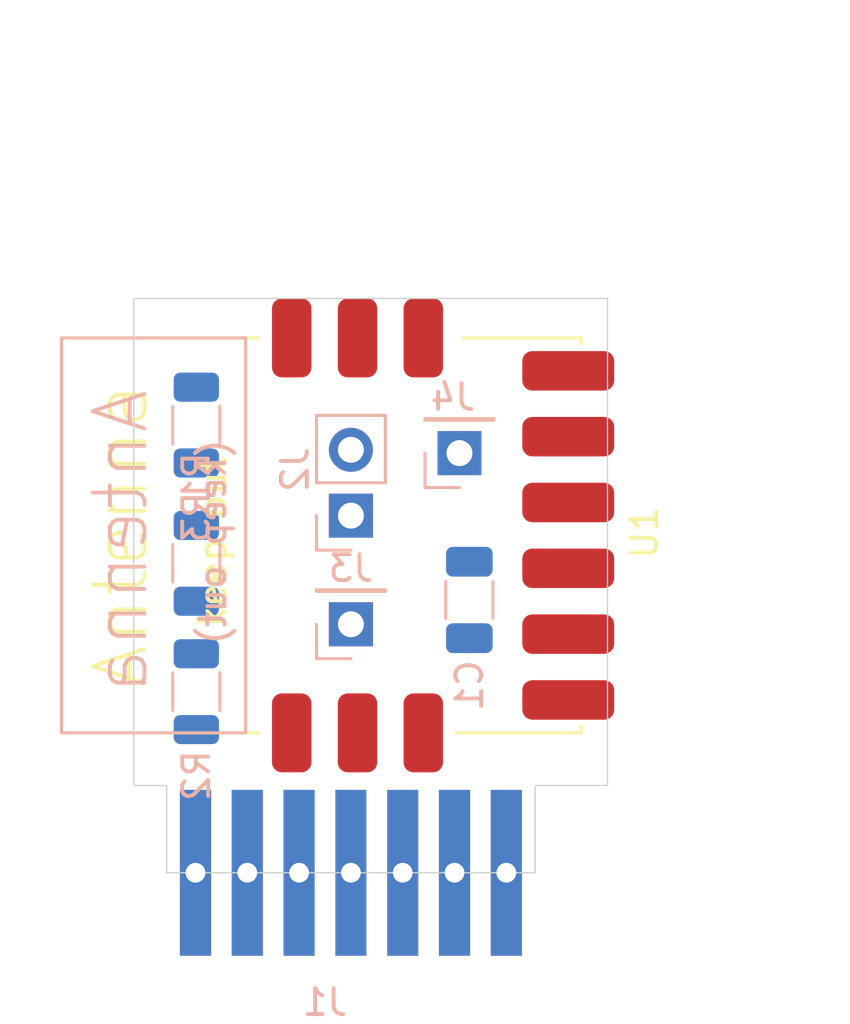
<source format=kicad_pcb>
(kicad_pcb (version 20171130) (host pcbnew 5.1.7-a382d34a88~89~ubuntu20.04.1)

  (general
    (thickness 1.6)
    (drawings 8)
    (tracks 0)
    (zones 0)
    (modules 9)
    (nets 13)
  )

  (page A4)
  (layers
    (0 F.Cu signal)
    (31 B.Cu signal)
    (32 B.Adhes user)
    (33 F.Adhes user)
    (34 B.Paste user)
    (35 F.Paste user)
    (36 B.SilkS user)
    (37 F.SilkS user)
    (38 B.Mask user)
    (39 F.Mask user)
    (40 Dwgs.User user)
    (41 Cmts.User user)
    (42 Eco1.User user)
    (43 Eco2.User user)
    (44 Edge.Cuts user)
    (45 Margin user)
    (46 B.CrtYd user)
    (47 F.CrtYd user)
    (48 B.Fab user)
    (49 F.Fab user)
  )

  (setup
    (last_trace_width 0.25)
    (trace_clearance 0.2)
    (zone_clearance 0.508)
    (zone_45_only no)
    (trace_min 0.2)
    (via_size 0.8)
    (via_drill 0.4)
    (via_min_size 0.4)
    (via_min_drill 0.3)
    (uvia_size 0.3)
    (uvia_drill 0.1)
    (uvias_allowed no)
    (uvia_min_size 0.2)
    (uvia_min_drill 0.1)
    (edge_width 0.05)
    (segment_width 0.2)
    (pcb_text_width 0.3)
    (pcb_text_size 1.5 1.5)
    (mod_edge_width 0.12)
    (mod_text_size 1 1)
    (mod_text_width 0.15)
    (pad_size 1.524 1.524)
    (pad_drill 0.762)
    (pad_to_mask_clearance 0)
    (aux_axis_origin 0 0)
    (visible_elements FFFFFF7F)
    (pcbplotparams
      (layerselection 0x010fc_ffffffff)
      (usegerberextensions false)
      (usegerberattributes true)
      (usegerberadvancedattributes true)
      (creategerberjobfile true)
      (excludeedgelayer true)
      (linewidth 0.100000)
      (plotframeref false)
      (viasonmask false)
      (mode 1)
      (useauxorigin false)
      (hpglpennumber 1)
      (hpglpenspeed 20)
      (hpglpendiameter 15.000000)
      (psnegative false)
      (psa4output false)
      (plotreference true)
      (plotvalue true)
      (plotinvisibletext false)
      (padsonsilk false)
      (subtractmaskfromsilk false)
      (outputformat 1)
      (mirror false)
      (drillshape 1)
      (scaleselection 1)
      (outputdirectory ""))
  )

  (net 0 "")
  (net 1 GND)
  (net 2 +3V3)
  (net 3 IO2)
  (net 4 IO4)
  (net 5 IO13)
  (net 6 IO14)
  (net 7 IO16)
  (net 8 TXD)
  (net 9 RXD)
  (net 10 IO0)
  (net 11 RST)
  (net 12 EN)

  (net_class Default "This is the default net class."
    (clearance 0.2)
    (trace_width 0.25)
    (via_dia 0.8)
    (via_drill 0.4)
    (uvia_dia 0.3)
    (uvia_drill 0.1)
    (add_net EN)
    (add_net IO0)
    (add_net IO13)
    (add_net IO14)
    (add_net IO16)
    (add_net IO2)
    (add_net IO4)
    (add_net RST)
    (add_net RXD)
    (add_net TXD)
  )

  (net_class power ""
    (clearance 0.2)
    (trace_width 0.4)
    (via_dia 1)
    (via_drill 0.45)
    (uvia_dia 0.3)
    (uvia_drill 0.1)
    (add_net +3V3)
    (add_net GND)
  )

  (module Capacitor_SMD:C_1206_3216Metric (layer B.Cu) (tedit 5F68FEEE) (tstamp 5F8E2A66)
    (at 179.832 135.079 270)
    (descr "Capacitor SMD 1206 (3216 Metric), square (rectangular) end terminal, IPC_7351 nominal, (Body size source: IPC-SM-782 page 76, https://www.pcb-3d.com/wordpress/wp-content/uploads/ipc-sm-782a_amendment_1_and_2.pdf), generated with kicad-footprint-generator")
    (tags capacitor)
    (path /5F8CC49D)
    (attr smd)
    (fp_text reference C1 (at 3.302 0 90) (layer B.SilkS)
      (effects (font (size 1 1) (thickness 0.15)) (justify mirror))
    )
    (fp_text value C (at 3.556 -1.27 90) (layer B.Fab)
      (effects (font (size 1 1) (thickness 0.15)) (justify mirror))
    )
    (fp_line (start 2.3 -1.15) (end -2.3 -1.15) (layer B.CrtYd) (width 0.05))
    (fp_line (start 2.3 1.15) (end 2.3 -1.15) (layer B.CrtYd) (width 0.05))
    (fp_line (start -2.3 1.15) (end 2.3 1.15) (layer B.CrtYd) (width 0.05))
    (fp_line (start -2.3 -1.15) (end -2.3 1.15) (layer B.CrtYd) (width 0.05))
    (fp_line (start -0.711252 -0.91) (end 0.711252 -0.91) (layer B.SilkS) (width 0.12))
    (fp_line (start -0.711252 0.91) (end 0.711252 0.91) (layer B.SilkS) (width 0.12))
    (fp_line (start 1.6 -0.8) (end -1.6 -0.8) (layer B.Fab) (width 0.1))
    (fp_line (start 1.6 0.8) (end 1.6 -0.8) (layer B.Fab) (width 0.1))
    (fp_line (start -1.6 0.8) (end 1.6 0.8) (layer B.Fab) (width 0.1))
    (fp_line (start -1.6 -0.8) (end -1.6 0.8) (layer B.Fab) (width 0.1))
    (fp_text user %R (at -4.113 -0.254 90) (layer B.Fab)
      (effects (font (size 0.8 0.8) (thickness 0.12)) (justify mirror))
    )
    (pad 1 smd roundrect (at -1.475 0 270) (size 1.15 1.8) (layers B.Cu B.Paste B.Mask) (roundrect_rratio 0.217391)
      (net 1 GND))
    (pad 2 smd roundrect (at 1.475 0 270) (size 1.15 1.8) (layers B.Cu B.Paste B.Mask) (roundrect_rratio 0.217391)
      (net 2 +3V3))
    (model ${KISYS3DMOD}/Capacitor_SMD.3dshapes/C_1206_3216Metric.wrl
      (at (xyz 0 0 0))
      (scale (xyz 1 1 1))
      (rotate (xyz 0 0 0))
    )
  )

  (module Connector_PinHeader_2.54mm:PinHeader_1x02_P2.54mm_Vertical (layer B.Cu) (tedit 59FED5CC) (tstamp 5F8DF460)
    (at 175.26 131.826)
    (descr "Through hole straight pin header, 1x02, 2.54mm pitch, single row")
    (tags "Through hole pin header THT 1x02 2.54mm single row")
    (path /5F8D7A96)
    (fp_text reference J2 (at -2.159 -1.778 -270) (layer B.SilkS)
      (effects (font (size 1 1) (thickness 0.15)) (justify mirror))
    )
    (fp_text value Conn_01x02 (at 0.381 -19.05 180) (layer B.Fab)
      (effects (font (size 1 1) (thickness 0.15)) (justify mirror))
    )
    (fp_line (start 1.8 1.8) (end -1.8 1.8) (layer B.CrtYd) (width 0.05))
    (fp_line (start 1.8 -4.35) (end 1.8 1.8) (layer B.CrtYd) (width 0.05))
    (fp_line (start -1.8 -4.35) (end 1.8 -4.35) (layer B.CrtYd) (width 0.05))
    (fp_line (start -1.8 1.8) (end -1.8 -4.35) (layer B.CrtYd) (width 0.05))
    (fp_line (start -1.33 1.33) (end 0 1.33) (layer B.SilkS) (width 0.12))
    (fp_line (start -1.33 0) (end -1.33 1.33) (layer B.SilkS) (width 0.12))
    (fp_line (start -1.33 -1.27) (end 1.33 -1.27) (layer B.SilkS) (width 0.12))
    (fp_line (start 1.33 -1.27) (end 1.33 -3.87) (layer B.SilkS) (width 0.12))
    (fp_line (start -1.33 -1.27) (end -1.33 -3.87) (layer B.SilkS) (width 0.12))
    (fp_line (start -1.33 -3.87) (end 1.33 -3.87) (layer B.SilkS) (width 0.12))
    (fp_line (start -1.27 0.635) (end -0.635 1.27) (layer B.Fab) (width 0.1))
    (fp_line (start -1.27 -3.81) (end -1.27 0.635) (layer B.Fab) (width 0.1))
    (fp_line (start 1.27 -3.81) (end -1.27 -3.81) (layer B.Fab) (width 0.1))
    (fp_line (start 1.27 1.27) (end 1.27 -3.81) (layer B.Fab) (width 0.1))
    (fp_line (start -0.635 1.27) (end 1.27 1.27) (layer B.Fab) (width 0.1))
    (fp_text user %R (at -2.159 -1.778 -270) (layer B.Fab)
      (effects (font (size 1 1) (thickness 0.15)) (justify mirror))
    )
    (pad 1 thru_hole rect (at 0 0) (size 1.7 1.7) (drill 1) (layers *.Cu *.Mask)
      (net 8 TXD))
    (pad 2 thru_hole oval (at 0 -2.54) (size 1.7 1.7) (drill 1) (layers *.Cu *.Mask)
      (net 9 RXD))
    (model ${KISYS3DMOD}/Connector_PinHeader_2.54mm.3dshapes/PinHeader_1x02_P2.54mm_Vertical.wrl
      (at (xyz 0 0 0))
      (scale (xyz 1 1 1))
      (rotate (xyz 0 0 0))
    )
  )

  (module Connector_PinHeader_2.54mm:PinHeader_1x01_P2.54mm_Vertical (layer B.Cu) (tedit 59FED5CC) (tstamp 5F8DEE19)
    (at 175.26 136.017)
    (descr "Through hole straight pin header, 1x01, 2.54mm pitch, single row")
    (tags "Through hole pin header THT 1x01 2.54mm single row")
    (path /5F8EB6B6)
    (fp_text reference J3 (at 0 -2.159) (layer B.SilkS)
      (effects (font (size 1 1) (thickness 0.15)) (justify mirror))
    )
    (fp_text value Conn_01x01 (at 14.478 -8.001) (layer B.Fab)
      (effects (font (size 1 1) (thickness 0.15)) (justify mirror))
    )
    (fp_line (start 1.8 1.8) (end -1.8 1.8) (layer B.CrtYd) (width 0.05))
    (fp_line (start 1.8 -1.8) (end 1.8 1.8) (layer B.CrtYd) (width 0.05))
    (fp_line (start -1.8 -1.8) (end 1.8 -1.8) (layer B.CrtYd) (width 0.05))
    (fp_line (start -1.8 1.8) (end -1.8 -1.8) (layer B.CrtYd) (width 0.05))
    (fp_line (start -1.33 1.33) (end 0 1.33) (layer B.SilkS) (width 0.12))
    (fp_line (start -1.33 0) (end -1.33 1.33) (layer B.SilkS) (width 0.12))
    (fp_line (start -1.33 -1.27) (end 1.33 -1.27) (layer B.SilkS) (width 0.12))
    (fp_line (start 1.33 -1.27) (end 1.33 -1.33) (layer B.SilkS) (width 0.12))
    (fp_line (start -1.33 -1.27) (end -1.33 -1.33) (layer B.SilkS) (width 0.12))
    (fp_line (start -1.33 -1.33) (end 1.33 -1.33) (layer B.SilkS) (width 0.12))
    (fp_line (start -1.27 0.635) (end -0.635 1.27) (layer B.Fab) (width 0.1))
    (fp_line (start -1.27 -1.27) (end -1.27 0.635) (layer B.Fab) (width 0.1))
    (fp_line (start 1.27 -1.27) (end -1.27 -1.27) (layer B.Fab) (width 0.1))
    (fp_line (start 1.27 1.27) (end 1.27 -1.27) (layer B.Fab) (width 0.1))
    (fp_line (start -0.635 1.27) (end 1.27 1.27) (layer B.Fab) (width 0.1))
    (fp_text user %R (at 0 -2.159 -180) (layer B.Fab)
      (effects (font (size 1 1) (thickness 0.15)) (justify mirror))
    )
    (pad 1 thru_hole rect (at 0 0) (size 1.7 1.7) (drill 1) (layers *.Cu *.Mask)
      (net 10 IO0))
    (model ${KISYS3DMOD}/Connector_PinHeader_2.54mm.3dshapes/PinHeader_1x01_P2.54mm_Vertical.wrl
      (at (xyz 0 0 0))
      (scale (xyz 1 1 1))
      (rotate (xyz 0 0 0))
    )
  )

  (module Connector_PinHeader_2.54mm:PinHeader_1x01_P2.54mm_Vertical (layer B.Cu) (tedit 59FED5CC) (tstamp 5F8DFAFD)
    (at 179.451 129.413)
    (descr "Through hole straight pin header, 1x01, 2.54mm pitch, single row")
    (tags "Through hole pin header THT 1x01 2.54mm single row")
    (path /5F8EBB78)
    (fp_text reference J4 (at -0.254 -2.159) (layer B.SilkS)
      (effects (font (size 1 1) (thickness 0.15)) (justify mirror))
    )
    (fp_text value Conn_01x01 (at 10.414 -6.223) (layer B.Fab)
      (effects (font (size 1 1) (thickness 0.15)) (justify mirror))
    )
    (fp_line (start -0.635 1.27) (end 1.27 1.27) (layer B.Fab) (width 0.1))
    (fp_line (start 1.27 1.27) (end 1.27 -1.27) (layer B.Fab) (width 0.1))
    (fp_line (start 1.27 -1.27) (end -1.27 -1.27) (layer B.Fab) (width 0.1))
    (fp_line (start -1.27 -1.27) (end -1.27 0.635) (layer B.Fab) (width 0.1))
    (fp_line (start -1.27 0.635) (end -0.635 1.27) (layer B.Fab) (width 0.1))
    (fp_line (start -1.33 -1.33) (end 1.33 -1.33) (layer B.SilkS) (width 0.12))
    (fp_line (start -1.33 -1.27) (end -1.33 -1.33) (layer B.SilkS) (width 0.12))
    (fp_line (start 1.33 -1.27) (end 1.33 -1.33) (layer B.SilkS) (width 0.12))
    (fp_line (start -1.33 -1.27) (end 1.33 -1.27) (layer B.SilkS) (width 0.12))
    (fp_line (start -1.33 0) (end -1.33 1.33) (layer B.SilkS) (width 0.12))
    (fp_line (start -1.33 1.33) (end 0 1.33) (layer B.SilkS) (width 0.12))
    (fp_line (start -1.8 1.8) (end -1.8 -1.8) (layer B.CrtYd) (width 0.05))
    (fp_line (start -1.8 -1.8) (end 1.8 -1.8) (layer B.CrtYd) (width 0.05))
    (fp_line (start 1.8 -1.8) (end 1.8 1.8) (layer B.CrtYd) (width 0.05))
    (fp_line (start 1.8 1.8) (end -1.8 1.8) (layer B.CrtYd) (width 0.05))
    (fp_text user %R (at -0.254 -2.159 -180) (layer B.Fab)
      (effects (font (size 1 1) (thickness 0.15)) (justify mirror))
    )
    (pad 1 thru_hole rect (at 0 0) (size 1.7 1.7) (drill 1) (layers *.Cu *.Mask)
      (net 11 RST))
    (model ${KISYS3DMOD}/Connector_PinHeader_2.54mm.3dshapes/PinHeader_1x01_P2.54mm_Vertical.wrl
      (at (xyz 0 0 0))
      (scale (xyz 1 1 1))
      (rotate (xyz 0 0 0))
    )
  )

  (module Resistor_SMD:R_1206_3216Metric (layer B.Cu) (tedit 5F68FEEE) (tstamp 5F8DEE3F)
    (at 169.291 133.6655 270)
    (descr "Resistor SMD 1206 (3216 Metric), square (rectangular) end terminal, IPC_7351 nominal, (Body size source: IPC-SM-782 page 72, https://www.pcb-3d.com/wordpress/wp-content/uploads/ipc-sm-782a_amendment_1_and_2.pdf), generated with kicad-footprint-generator")
    (tags resistor)
    (path /5F8C9973)
    (attr smd)
    (fp_text reference R1 (at -3.302 0 90) (layer B.SilkS)
      (effects (font (size 1 1) (thickness 0.15)) (justify mirror))
    )
    (fp_text value R (at -3.556 1.27 90) (layer B.Fab)
      (effects (font (size 1 1) (thickness 0.15)) (justify mirror))
    )
    (fp_line (start 2.28 -1.12) (end -2.28 -1.12) (layer B.CrtYd) (width 0.05))
    (fp_line (start 2.28 1.12) (end 2.28 -1.12) (layer B.CrtYd) (width 0.05))
    (fp_line (start -2.28 1.12) (end 2.28 1.12) (layer B.CrtYd) (width 0.05))
    (fp_line (start -2.28 -1.12) (end -2.28 1.12) (layer B.CrtYd) (width 0.05))
    (fp_line (start -0.727064 -0.91) (end 0.727064 -0.91) (layer B.SilkS) (width 0.12))
    (fp_line (start -0.727064 0.91) (end 0.727064 0.91) (layer B.SilkS) (width 0.12))
    (fp_line (start 1.6 -0.8) (end -1.6 -0.8) (layer B.Fab) (width 0.1))
    (fp_line (start 1.6 0.8) (end 1.6 -0.8) (layer B.Fab) (width 0.1))
    (fp_line (start -1.6 0.8) (end 1.6 0.8) (layer B.Fab) (width 0.1))
    (fp_line (start -1.6 -0.8) (end -1.6 0.8) (layer B.Fab) (width 0.1))
    (fp_text user %R (at -3.302 -1.27 90) (layer B.Fab)
      (effects (font (size 0.8 0.8) (thickness 0.12)) (justify mirror))
    )
    (pad 1 smd roundrect (at -1.4625 0 270) (size 1.125 1.75) (layers B.Cu B.Paste B.Mask) (roundrect_rratio 0.222222)
      (net 2 +3V3))
    (pad 2 smd roundrect (at 1.4625 0 270) (size 1.125 1.75) (layers B.Cu B.Paste B.Mask) (roundrect_rratio 0.222222)
      (net 12 EN))
    (model ${KISYS3DMOD}/Resistor_SMD.3dshapes/R_1206_3216Metric.wrl
      (at (xyz 0 0 0))
      (scale (xyz 1 1 1))
      (rotate (xyz 0 0 0))
    )
  )

  (module Resistor_SMD:R_1206_3216Metric (layer B.Cu) (tedit 5F68FEEE) (tstamp 5F8E0ECA)
    (at 169.291 138.6185 270)
    (descr "Resistor SMD 1206 (3216 Metric), square (rectangular) end terminal, IPC_7351 nominal, (Body size source: IPC-SM-782 page 72, https://www.pcb-3d.com/wordpress/wp-content/uploads/ipc-sm-782a_amendment_1_and_2.pdf), generated with kicad-footprint-generator")
    (tags resistor)
    (path /5F8C9E82)
    (attr smd)
    (fp_text reference R2 (at 3.2405 0 90) (layer B.SilkS)
      (effects (font (size 1 1) (thickness 0.15)) (justify mirror))
    )
    (fp_text value R (at 4.7645 0 90) (layer B.Fab)
      (effects (font (size 1 1) (thickness 0.15)) (justify mirror))
    )
    (fp_line (start -1.6 -0.8) (end -1.6 0.8) (layer B.Fab) (width 0.1))
    (fp_line (start -1.6 0.8) (end 1.6 0.8) (layer B.Fab) (width 0.1))
    (fp_line (start 1.6 0.8) (end 1.6 -0.8) (layer B.Fab) (width 0.1))
    (fp_line (start 1.6 -0.8) (end -1.6 -0.8) (layer B.Fab) (width 0.1))
    (fp_line (start -0.727064 0.91) (end 0.727064 0.91) (layer B.SilkS) (width 0.12))
    (fp_line (start -0.727064 -0.91) (end 0.727064 -0.91) (layer B.SilkS) (width 0.12))
    (fp_line (start -2.28 -1.12) (end -2.28 1.12) (layer B.CrtYd) (width 0.05))
    (fp_line (start -2.28 1.12) (end 2.28 1.12) (layer B.CrtYd) (width 0.05))
    (fp_line (start 2.28 1.12) (end 2.28 -1.12) (layer B.CrtYd) (width 0.05))
    (fp_line (start 2.28 -1.12) (end -2.28 -1.12) (layer B.CrtYd) (width 0.05))
    (fp_text user %R (at 3.2405 -1.016 90) (layer B.Fab)
      (effects (font (size 0.8 0.8) (thickness 0.12)) (justify mirror))
    )
    (pad 2 smd roundrect (at 1.4625 0 270) (size 1.125 1.75) (layers B.Cu B.Paste B.Mask) (roundrect_rratio 0.222222)
      (net 11 RST))
    (pad 1 smd roundrect (at -1.4625 0 270) (size 1.125 1.75) (layers B.Cu B.Paste B.Mask) (roundrect_rratio 0.222222)
      (net 2 +3V3))
    (model ${KISYS3DMOD}/Resistor_SMD.3dshapes/R_1206_3216Metric.wrl
      (at (xyz 0 0 0))
      (scale (xyz 1 1 1))
      (rotate (xyz 0 0 0))
    )
  )

  (module Resistor_SMD:R_1206_3216Metric (layer B.Cu) (tedit 5F68FEEE) (tstamp 5F8DEE61)
    (at 169.291 128.3315 270)
    (descr "Resistor SMD 1206 (3216 Metric), square (rectangular) end terminal, IPC_7351 nominal, (Body size source: IPC-SM-782 page 72, https://www.pcb-3d.com/wordpress/wp-content/uploads/ipc-sm-782a_amendment_1_and_2.pdf), generated with kicad-footprint-generator")
    (tags resistor)
    (path /5F8D34C1)
    (attr smd)
    (fp_text reference R3 (at 3.556 0 90) (layer B.SilkS)
      (effects (font (size 1 1) (thickness 0.15)) (justify mirror))
    )
    (fp_text value R (at 4.826 1.27 90) (layer B.Fab)
      (effects (font (size 1 1) (thickness 0.15)) (justify mirror))
    )
    (fp_line (start 2.28 -1.12) (end -2.28 -1.12) (layer B.CrtYd) (width 0.05))
    (fp_line (start 2.28 1.12) (end 2.28 -1.12) (layer B.CrtYd) (width 0.05))
    (fp_line (start -2.28 1.12) (end 2.28 1.12) (layer B.CrtYd) (width 0.05))
    (fp_line (start -2.28 -1.12) (end -2.28 1.12) (layer B.CrtYd) (width 0.05))
    (fp_line (start -0.727064 -0.91) (end 0.727064 -0.91) (layer B.SilkS) (width 0.12))
    (fp_line (start -0.727064 0.91) (end 0.727064 0.91) (layer B.SilkS) (width 0.12))
    (fp_line (start 1.6 -0.8) (end -1.6 -0.8) (layer B.Fab) (width 0.1))
    (fp_line (start 1.6 0.8) (end 1.6 -0.8) (layer B.Fab) (width 0.1))
    (fp_line (start -1.6 0.8) (end 1.6 0.8) (layer B.Fab) (width 0.1))
    (fp_line (start -1.6 -0.8) (end -1.6 0.8) (layer B.Fab) (width 0.1))
    (fp_text user %R (at 3.302 1.27 90) (layer B.Fab)
      (effects (font (size 0.8 0.8) (thickness 0.12)) (justify mirror))
    )
    (pad 1 smd roundrect (at -1.4625 0 270) (size 1.125 1.75) (layers B.Cu B.Paste B.Mask) (roundrect_rratio 0.222222)
      (net 2 +3V3))
    (pad 2 smd roundrect (at 1.4625 0 270) (size 1.125 1.75) (layers B.Cu B.Paste B.Mask) (roundrect_rratio 0.222222)
      (net 10 IO0))
    (model ${KISYS3DMOD}/Resistor_SMD.3dshapes/R_1206_3216Metric.wrl
      (at (xyz 0 0 0))
      (scale (xyz 1 1 1))
      (rotate (xyz 0 0 0))
    )
  )

  (module MyKiCad:Tuya_TYWE2L_Edge (layer B.Cu) (tedit 5F8D3ED6) (tstamp 5F8E3181)
    (at 175.26 135.606 180)
    (path /5F8CDB02)
    (fp_text reference J1 (at 1 -15) (layer B.SilkS)
      (effects (font (size 1 1) (thickness 0.15)) (justify mirror))
    )
    (fp_text value Conn_01x07 (at 0 -5) (layer B.Fab)
      (effects (font (size 1 1) (thickness 0.15)) (justify mirror))
    )
    (pad 1 thru_hole rect (at -6 -10 180) (size 1.2 6.4) (drill 0.762) (layers *.Cu *.Mask)
      (net 3 IO2))
    (pad 2 thru_hole rect (at -4 -10 180) (size 1.2 6.4) (drill 0.762) (layers *.Cu *.Mask)
      (net 4 IO4))
    (pad 3 thru_hole rect (at -2 -10 180) (size 1.2 6.4) (drill 0.762) (layers *.Cu *.Mask)
      (net 5 IO13))
    (pad 4 thru_hole rect (at 0 -10 180) (size 1.2 6.4) (drill 0.762) (layers *.Cu *.Mask)
      (net 6 IO14))
    (pad 5 thru_hole rect (at 2 -10 180) (size 1.2 6.4) (drill 0.762) (layers *.Cu *.Mask)
      (net 7 IO16))
    (pad 6 thru_hole rect (at 4 -10 180) (size 1.2 6.4) (drill 0.762) (layers *.Cu *.Mask)
      (net 1 GND))
    (pad 7 thru_hole rect (at 6 -10 180) (size 1.2 6.4) (drill 0.762) (layers *.Cu *.Mask)
      (net 2 +3V3))
  )

  (module ESP-M3:ESP-M3 (layer F.Cu) (tedit 5F540C49) (tstamp 60ED0930)
    (at 174.244 132.588 90)
    (path /60ECB5D9)
    (fp_text reference U1 (at 0.1016 12.3444 90) (layer F.SilkS)
      (effects (font (size 1 1) (thickness 0.15)))
    )
    (fp_text value ESP-M3-esp-m3 (at 0 -11.684 90) (layer F.Fab)
      (effects (font (size 1 1) (thickness 0.15)))
    )
    (fp_line (start 7.366 9.906) (end 7.62 9.906) (layer F.SilkS) (width 0.12))
    (fp_line (start 7.62 -2.54) (end 7.62 -3.048) (layer F.SilkS) (width 0.12))
    (fp_line (start -7.62 -2.54) (end -7.62 -3.048) (layer F.SilkS) (width 0.12))
    (fp_line (start -7.62 5.08) (end -7.62 9.652) (layer F.SilkS) (width 0.12))
    (fp_line (start 7.62 9.906) (end 7.62 5.334) (layer F.SilkS) (width 0.12))
    (fp_line (start -7.62 9.906) (end -7.62 9.652) (layer F.SilkS) (width 0.12))
    (fp_line (start -7.366 9.906) (end -7.62 9.906) (layer F.SilkS) (width 0.12))
    (fp_line (start -7.62 -10.16) (end 7.62 -10.16) (layer Dwgs.User) (width 0.12))
    (fp_line (start 7.62 -10.16) (end 7.62 9.906) (layer Dwgs.User) (width 0.12))
    (fp_line (start 7.62 9.906) (end -7.62 9.906) (layer Dwgs.User) (width 0.12))
    (fp_line (start -7.62 9.906) (end -7.62 -10.16) (layer Dwgs.User) (width 0.12))
    (fp_line (start -7.62 -10.16) (end -7.62 -3.048) (layer F.SilkS) (width 0.12))
    (fp_line (start -7.62 -3.048) (end 7.62 -3.048) (layer F.SilkS) (width 0.12))
    (fp_line (start 7.62 -3.048) (end 7.62 -10.16) (layer F.SilkS) (width 0.12))
    (fp_line (start 7.62 -10.16) (end -7.62 -10.16) (layer F.SilkS) (width 0.12))
    (fp_line (start 7.62 -3.048) (end 7.62 -9.906) (layer B.SilkS) (width 0.12))
    (fp_line (start 7.62 -9.906) (end 7.62 -10.16) (layer B.SilkS) (width 0.12))
    (fp_line (start 7.62 -10.16) (end -7.62 -10.16) (layer B.SilkS) (width 0.12))
    (fp_line (start -7.62 -10.16) (end -7.62 -3.048) (layer B.SilkS) (width 0.12))
    (fp_line (start -7.62 -3.048) (end 7.62 -3.048) (layer B.SilkS) (width 0.12))
    (fp_text user Antenna (at -0.254 -7.874 90) (layer B.SilkS)
      (effects (font (size 2 2) (thickness 0.15)) (justify mirror))
    )
    (fp_text user "(keep out)" (at -0.254 -4.318 90) (layer B.SilkS)
      (effects (font (size 1 1) (thickness 0.15)) (justify mirror))
    )
    (fp_text user "(keep out)" (at -0.254 -4.318 90) (layer F.SilkS)
      (effects (font (size 1 1) (thickness 0.15)))
    )
    (fp_text user Antenna (at 0 -7.874 90) (layer F.SilkS)
      (effects (font (size 2 2) (thickness 0.15)))
    )
    (pad 12 smd roundrect (at 7.62 -1.27 90) (size 3.048 1.524) (layers F.Cu F.Paste F.Mask) (roundrect_rratio 0.25)
      (net 4 IO4) (zone_connect 0))
    (pad 11 smd roundrect (at 7.62 1.27 90) (size 3.048 1.524) (layers F.Cu F.Paste F.Mask) (roundrect_rratio 0.25)
      (net 10 IO0))
    (pad 10 smd roundrect (at 7.62 3.81 90) (size 3.048 1.524) (layers F.Cu F.Paste F.Mask) (roundrect_rratio 0.25)
      (net 3 IO2))
    (pad 9 smd roundrect (at 6.35 9.406 90) (size 1.524 3.548) (layers F.Cu F.Paste F.Mask) (roundrect_rratio 0.25)
      (net 11 RST))
    (pad 8 smd roundrect (at 3.81 9.406 90) (size 1.524 3.548) (layers F.Cu F.Paste F.Mask) (roundrect_rratio 0.25)
      (net 9 RXD))
    (pad 7 smd roundrect (at 1.27 9.406 90) (size 1.524 3.548) (layers F.Cu F.Paste F.Mask) (roundrect_rratio 0.25)
      (net 8 TXD))
    (pad 6 smd roundrect (at -1.27 9.406 90) (size 1.524 3.548) (layers F.Cu F.Paste F.Mask) (roundrect_rratio 0.25)
      (net 1 GND))
    (pad 5 smd roundrect (at -3.81 9.406 90) (size 1.524 3.548) (layers F.Cu F.Paste F.Mask) (roundrect_rratio 0.25)
      (net 2 +3V3))
    (pad 4 smd roundrect (at -6.35 9.406 90) (size 1.524 3.548) (layers F.Cu F.Paste F.Mask) (roundrect_rratio 0.25)
      (net 12 EN))
    (pad 3 smd roundrect (at -7.62 3.81 90) (size 3.048 1.524) (layers F.Cu F.Paste F.Mask) (roundrect_rratio 0.25)
      (net 5 IO13))
    (pad 2 smd roundrect (at -7.62 1.27 90) (size 3.048 1.524) (layers F.Cu F.Paste F.Mask) (roundrect_rratio 0.25)
      (net 6 IO14))
    (pad 1 smd roundrect (at -7.62 -1.27 90) (size 3.048 1.524) (layers F.Cu F.Paste F.Mask) (roundrect_rratio 0.25)
      (net 7 IO16))
  )

  (gr_line (start 168.148 142.24) (end 168.148 145.6055) (layer Edge.Cuts) (width 0.05) (tstamp 5F8E0DB0))
  (gr_line (start 166.878 142.24) (end 168.148 142.24) (layer Edge.Cuts) (width 0.05))
  (gr_line (start 166.878 123.444) (end 166.878 142.24) (layer Edge.Cuts) (width 0.05))
  (gr_line (start 185.166 123.444) (end 166.878 123.444) (layer Edge.Cuts) (width 0.05) (tstamp 5F8E2DF0))
  (gr_line (start 185.166 142.24) (end 185.166 123.444) (layer Edge.Cuts) (width 0.05))
  (gr_line (start 182.372 142.24) (end 185.166 142.24) (layer Edge.Cuts) (width 0.05))
  (gr_line (start 182.372 145.6055) (end 182.372 142.24) (layer Edge.Cuts) (width 0.05))
  (gr_line (start 168.148 145.6055) (end 182.372 145.6055) (layer Edge.Cuts) (width 0.05))

)

</source>
